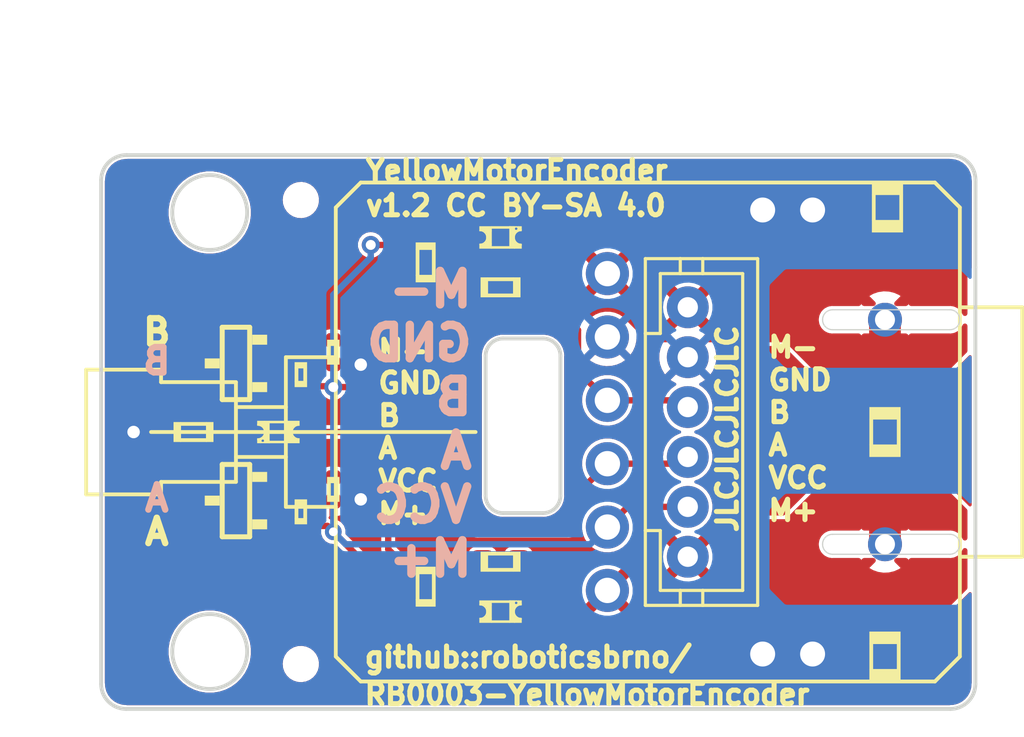
<source format=kicad_pcb>
(kicad_pcb (version 20171130) (host pcbnew "(5.1.5)-3")
  (layers (0 Top signal) (31 Bottom signal) (34 B.Paste user) (35 F.Paste user) (36 B.SilkS user) (37 F.SilkS user) (38 B.Mask user) (39 F.Mask user) (44 Edge.Cuts user))
  (net 0 "")
  (net 1 GND)
  (net 2 B)
  (net 3 A)
  (net 4 M-)
  (net 5 M+)
  (net 6 VCC)
  (net 7 LED_POWER)
  (net 8 LED_TOP1)
  (net 9 LED_SIDE1)
  (module JST-PH6 (layer Top) (at 154.48795 105.003727 270)
    (fp_text reference P1)
    (fp_text value M1 hide)
    (fp_line (start -6.95 1.7) (end -3.95 1.7) (layer F.SilkS) (width 0.127))
    (fp_line (start -3.95 1.7) (end 3.95 1.7) (layer F.SilkS) (width 0.127))
    (fp_line (start 3.95 1.7) (end 6.95 1.7) (layer F.SilkS) (width 0.127))
    (fp_line (start -6.95 -2.8) (end 6.95 -2.8) (layer F.SilkS) (width 0.127))
    (fp_line (start 6.95 -2.8) (end 6.95 -0.6) (layer F.SilkS) (width 0.127))
    (fp_line (start 6.95 -0.6) (end 6.95 0.3) (layer F.SilkS) (width 0.127))
    (fp_line (start 6.95 0.3) (end 6.95 1.7) (layer F.SilkS) (width 0.127))
    (fp_line (start -6.95 -2.8) (end -6.95 -0.6) (layer F.SilkS) (width 0.127))
    (fp_line (start -6.95 -0.6) (end -6.95 0.3) (layer F.SilkS) (width 0.127))
    (fp_line (start -6.95 0.3) (end -6.95 1.7) (layer F.SilkS) (width 0.127))
    (fp_line (start -6.35 -2.2) (end 6.35 -2.2) (layer F.SilkS) (width 0.127))
    (fp_line (start -6.35 -2.2) (end -6.35 -0.6) (layer F.SilkS) (width 0.127))
    (fp_line (start -6.35 -0.6) (end -6.35 0.3) (layer F.SilkS) (width 0.127))
    (fp_line (start -6.35 0.3) (end -6.35 1.1) (layer F.SilkS) (width 0.127))
    (fp_line (start -6.35 1.1) (end -3.95 1.1) (layer F.SilkS) (width 0.127))
    (fp_line (start 6.35 -2.2) (end 6.35 -0.6) (layer F.SilkS) (width 0.127))
    (fp_line (start 6.35 -0.6) (end 6.35 0.3) (layer F.SilkS) (width 0.127))
    (fp_line (start 6.35 0.3) (end 6.35 1.1) (layer F.SilkS) (width 0.127))
    (fp_line (start -6.95 0.3) (end -6.35 0.3) (layer F.SilkS) (width 0.127))
    (fp_line (start -6.95 -0.6) (end -6.35 -0.6) (layer F.SilkS) (width 0.127))
    (fp_line (start 6.35 -0.6) (end 6.95 -0.6) (layer F.SilkS) (width 0.127))
    (fp_line (start 6.35 0.3) (end 6.95 0.3) (layer F.SilkS) (width 0.127))
    (fp_line (start -3.95 1.1) (end -3.95 1.7) (layer F.SilkS) (width 0.127))
    (fp_line (start 3.95 1.1) (end 3.95 1.7) (layer F.SilkS) (width 0.127))
    (fp_line (start 3.95 1.1) (end 6.35 1.1) (layer F.SilkS) (width 0.127))
    (pad 5 thru_hole circle (at -3 0 270) (size 1.6764 1.6764) (drill 0.8128) (layers *.Cu *.Mask) (net 1 GND))
    (pad 4 thru_hole circle (at -1 0 270) (size 1.6764 1.6764) (drill 0.8128) (layers *.Cu *.Mask) (net 2 B))
    (pad 3 thru_hole circle (at 1 0 270) (size 1.6764 1.6764) (drill 0.8128) (layers *.Cu *.Mask) (net 3 A))
    (pad 2 thru_hole circle (at 3 0 270) (size 1.6764 1.6764) (drill 0.8128) (layers *.Cu *.Mask) (net 6 VCC))
    (pad 6 thru_hole circle (at -5 0 270) (size 1.6764 1.6764) (drill 0.8128) (layers *.Cu *.Mask) (net 4 M-))
    (pad 1 thru_hole circle (at 5 0 270) (size 1.6764 1.6764) (drill 0.8128) (layers *.Cu *.Mask) (net 5 M+))
  )
  (module "" (layer Top) (at 138.98795 95.703727)
    (fp_text reference @HOLE0 hide)
    (fp_text value "" (at 0 0) (layer F.SilkS) (effects (font (size 1.27 1.27))))
    (pad "" np_thru_hole circle (at 0 0) (size 1.152 1.152) (drill 1.152) (layers *.Cu *.Mask))
  )
  (module "" (layer Top) (at 138.98795 114.303727)
    (fp_text reference @HOLE1 hide)
    (fp_text value "" (at 0 0) (layer F.SilkS) (effects (font (size 1.27 1.27))))
    (pad "" np_thru_hole circle (at 0 0) (size 1.152 1.152) (drill 1.152) (layers *.Cu *.Mask))
  )
  (module 1X06 (layer Top) (at 151.26795 105.003727 270)
    (fp_text reference JP1)
    (fp_text value "")
    (fp_poly (pts (xy 3.556 0.254) (xy 4.064 0.254) (xy 4.064 -0.254) (xy 3.556 -0.254)) (layer F.SilkS) (width 0))
    (fp_poly (pts (xy 1.016 0.254) (xy 1.524 0.254) (xy 1.524 -0.254) (xy 1.016 -0.254)) (layer F.SilkS) (width 0))
    (fp_poly (pts (xy -1.524 0.254) (xy -1.016 0.254) (xy -1.016 -0.254) (xy -1.524 -0.254)) (layer F.SilkS) (width 0))
    (fp_poly (pts (xy -4.064 0.254) (xy -3.556 0.254) (xy -3.556 -0.254) (xy -4.064 -0.254)) (layer F.SilkS) (width 0))
    (fp_poly (pts (xy -6.604 0.254) (xy -6.096 0.254) (xy -6.096 -0.254) (xy -6.604 -0.254)) (layer F.SilkS) (width 0))
    (fp_poly (pts (xy 6.096 0.254) (xy 6.604 0.254) (xy 6.604 -0.254) (xy 6.096 -0.254)) (layer F.SilkS) (width 0))
    (pad 1 thru_hole circle (at -6.35 0) (size 1.7272 1.7272) (drill 1.016) (layers *.Cu *.Mask) (net 4 M-))
    (pad 2 thru_hole circle (at -3.81 0) (size 1.7272 1.7272) (drill 1.016) (layers *.Cu *.Mask) (net 1 GND))
    (pad 3 thru_hole circle (at -1.27 0) (size 1.7272 1.7272) (drill 1.016) (layers *.Cu *.Mask) (net 2 B))
    (pad 4 thru_hole circle (at 1.27 0) (size 1.7272 1.7272) (drill 1.016) (layers *.Cu *.Mask) (net 3 A))
    (pad 5 thru_hole circle (at 3.81 0) (size 1.7272 1.7272) (drill 1.016) (layers *.Cu *.Mask) (net 6 VCC))
    (pad 6 thru_hole circle (at 6.35 0) (size 1.7272 1.7272) (drill 1.016) (layers *.Cu *.Mask) (net 5 M+))
  )
  (module R0603 (layer Top) (at 134.68795 105.003727)
    (fp_text reference R1)
    (fp_text value 1k)
    (fp_line (start -0.5 0.325) (end 0.5 0.325) (layer F.SilkS) (width 0.15))
    (fp_line (start 0.5 -0.325) (end -0.5 -0.325) (layer F.SilkS) (width 0.15))
    (fp_poly (pts (xy 0.5 0.4) (xy 0.8 0.4) (xy 0.8 -0.4) (xy 0.5 -0.4)) (layer F.SilkS) (width 0))
    (fp_poly (pts (xy -0.8 0.4) (xy -0.5 0.4) (xy -0.5 -0.4) (xy -0.8 -0.4)) (layer F.SilkS) (width 0))
    (pad 1 smd roundrect (at -0.72 0 180) (size 0.89 0.93) (layers Top F.Paste F.Mask) (net 1 GND))
    (pad 2 smd roundrect (at 0.72 0) (size 0.89 0.93) (layers Top F.Paste F.Mask) (net 7 LED_POWER))
  )
  (module CHIPLED_0603 (layer Top) (at 138.08795 105.003727)
    (fp_text reference LED_POWER)
    (fp_text value RED)
    (fp_arc (start -0.826099 0) (end -0.8 0.3) (angle -170.055574) (layer F.SilkS) (width 0.1016))
    (fp_arc (start 0.825 0) (end 0.825 0.275) (angle 180) (layer F.SilkS) (width 0.0508))
    (fp_line (start -0.375 0.4) (end 0.35 0.4) (layer F.SilkS) (width 0.1016))
    (fp_line (start -0.35 -0.4) (end 0.35 -0.4) (layer F.SilkS) (width 0.1016))
    (fp_circle (center -0.625 0.35) (end -0.55 0.35) (layer F.SilkS) (width 0.0508))
    (fp_poly (pts (xy -0.7 0.45) (xy -0.7 0.25) (xy -0.85 0.25) (xy -0.85 0.45)) (layer F.SilkS) (width 0))
    (fp_poly (pts (xy -0.55 0.275) (xy -0.55 0.225) (xy -0.6 0.225) (xy -0.6 0.275)) (layer F.SilkS) (width 0))
    (fp_poly (pts (xy -0.35 0.45) (xy -0.35 0.400001) (xy -0.725 0.4) (xy -0.725 0.449999)) (layer F.SilkS) (width 0))
    (fp_poly (pts (xy -0.55 -0.25) (xy -0.55 -0.449999) (xy -0.85 -0.45) (xy -0.85 -0.250001)) (layer F.SilkS) (width 0))
    (fp_poly (pts (xy -0.350001 0.45) (xy -0.35 -0.45) (xy -0.574999 -0.45) (xy -0.575 0.45)) (layer F.SilkS) (width 0))
    (fp_poly (pts (xy 0.85 0.45) (xy 0.85 0.250001) (xy 0.35 0.25) (xy 0.35 0.449999)) (layer F.SilkS) (width 0))
    (fp_poly (pts (xy 0.85 -0.25) (xy 0.85 -0.449999) (xy 0.35 -0.45) (xy 0.35 -0.250001)) (layer F.SilkS) (width 0))
    (fp_poly (pts (xy 0.574999 0.275) (xy 0.575 -0.275) (xy 0.350001 -0.275) (xy 0.35 0.275)) (layer F.SilkS) (width 0))
    (fp_poly (pts (xy 0.65 0.275) (xy 0.65 0.175) (xy 0.55 0.175) (xy 0.55 0.275)) (layer F.SilkS) (width 0))
    (fp_poly (pts (xy 0.65 -0.175) (xy 0.65 -0.275) (xy 0.55 -0.275) (xy 0.55 -0.175)) (layer F.SilkS) (width 0))
    (pad C smd roundrect (at -0.75 0 90) (size 0.8 0.8) (layers Top F.Paste F.Mask) (net 7 LED_POWER))
    (pad A smd roundrect (at 0.75 0 90) (size 0.8 0.8) (layers Top F.Paste F.Mask) (net 6 VCC))
  )
  (module C0402 (layer Top) (at 140.28795 107.303727 270)
    (fp_text reference C6)
    (fp_text value 18p/50V)
    (fp_line (start -0.25 -0.175) (end 0.25 -0.175) (layer F.SilkS) (width 0.15))
    (fp_line (start 0.25 0.175) (end -0.25 0.175) (layer F.SilkS) (width 0.15))
    (fp_poly (pts (xy -0.5 0.25) (xy -0.25 0.25) (xy -0.25 -0.25) (xy -0.5 -0.25)) (layer F.SilkS) (width 0))
    (fp_poly (pts (xy 0.25 0.25) (xy 0.5 0.25) (xy 0.5 -0.25) (xy 0.25 -0.25)) (layer F.SilkS) (width 0))
    (pad 1 smd roundrect (at -0.465 0 90) (size 0.6 0.58) (layers Top F.Paste F.Mask) (net 3 A))
    (pad 2 smd roundrect (at 0.465 0 270) (size 0.6 0.58) (layers Top F.Paste F.Mask) (net 1 GND))
  )
  (module SOT23 (layer Top) (at 136.38795 107.753727)
    (fp_text reference U$1)
    (fp_text value MH253ESO)
    (fp_line (start -0.55 -1.45) (end 0.55 -1.45) (layer F.SilkS) (width 0.2))
    (fp_line (start 0.55 -1.45) (end 0.55 1.45) (layer F.SilkS) (width 0.2))
    (fp_line (start 0.55 1.45) (end -0.55 1.45) (layer F.SilkS) (width 0.2))
    (fp_line (start -0.55 1.45) (end -0.55 -1.45) (layer F.SilkS) (width 0.2))
    (fp_poly (pts (xy -0.65 0.2) (xy -0.65 -0.199999) (xy -1.25 -0.2) (xy -1.25 0.199999)) (layer F.SilkS) (width 0))
    (fp_poly (pts (xy 1.25 -0.75) (xy 1.25 -1.149999) (xy 0.65 -1.15) (xy 0.65 -0.750001)) (layer F.SilkS) (width 0))
    (fp_poly (pts (xy 1.25 1.15) (xy 1.25 0.750001) (xy 0.65 0.75) (xy 0.65 1.149999)) (layer F.SilkS) (width 0))
    (pad 3 smd roundrect (at -0.96 0 180) (size 1.05 0.61) (layers Top F.Paste F.Mask) (net 1 GND))
    (pad 2 smd roundrect (at 0.96 -0.95) (size 1.05 0.61) (layers Top F.Paste F.Mask) (net 3 A))
    (pad 1 smd roundrect (at 0.96 0.95) (size 1.05 0.61) (layers Top F.Paste F.Mask) (net 6 VCC))
  )
  (module SOT23 (layer Top) (at 136.38795 102.253727)
    (fp_text reference U$2)
    (fp_text value MH253ESO)
    (fp_line (start -0.55 -1.45) (end 0.55 -1.45) (layer F.SilkS) (width 0.2))
    (fp_line (start 0.55 -1.45) (end 0.55 1.45) (layer F.SilkS) (width 0.2))
    (fp_line (start 0.55 1.45) (end -0.55 1.45) (layer F.SilkS) (width 0.2))
    (fp_line (start -0.55 1.45) (end -0.55 -1.45) (layer F.SilkS) (width 0.2))
    (fp_poly (pts (xy -0.65 0.2) (xy -0.65 -0.199999) (xy -1.25 -0.2) (xy -1.25 0.199999)) (layer F.SilkS) (width 0))
    (fp_poly (pts (xy 1.25 -0.75) (xy 1.25 -1.149999) (xy 0.65 -1.15) (xy 0.65 -0.750001)) (layer F.SilkS) (width 0))
    (fp_poly (pts (xy 1.25 1.15) (xy 1.25 0.750001) (xy 0.65 0.75) (xy 0.65 1.149999)) (layer F.SilkS) (width 0))
    (pad 3 smd roundrect (at -0.96 0 180) (size 1.05 0.61) (layers Top F.Paste F.Mask) (net 1 GND))
    (pad 2 smd roundrect (at 0.96 -0.95) (size 1.05 0.61) (layers Top F.Paste F.Mask) (net 2 B))
    (pad 1 smd roundrect (at 0.96 0.95) (size 1.05 0.61) (layers Top F.Paste F.Mask) (net 6 VCC))
  )
  (module CHIPLED_0603 (layer Top) (at 146.98795 112.203727 180)
    (fp_text reference LED_A)
    (fp_text value RED)
    (fp_arc (start -0.826099 0) (end -0.8 0.3) (angle -170.055574) (layer F.SilkS) (width 0.1016))
    (fp_arc (start 0.825 0) (end 0.825 0.275) (angle 180) (layer F.SilkS) (width 0.0508))
    (fp_line (start -0.375 0.4) (end 0.35 0.4) (layer F.SilkS) (width 0.1016))
    (fp_line (start -0.35 -0.4) (end 0.35 -0.4) (layer F.SilkS) (width 0.1016))
    (fp_circle (center -0.625 0.35) (end -0.55 0.35) (layer F.SilkS) (width 0.0508))
    (fp_poly (pts (xy -0.7 0.45) (xy -0.7 0.25) (xy -0.85 0.25) (xy -0.85 0.45)) (layer F.SilkS) (width 0))
    (fp_poly (pts (xy -0.55 0.275) (xy -0.55 0.225) (xy -0.6 0.225) (xy -0.6 0.275)) (layer F.SilkS) (width 0))
    (fp_poly (pts (xy -0.35 0.45) (xy -0.35 0.400001) (xy -0.725 0.4) (xy -0.725 0.449999)) (layer F.SilkS) (width 0))
    (fp_poly (pts (xy -0.55 -0.25) (xy -0.55 -0.449999) (xy -0.85 -0.45) (xy -0.85 -0.250001)) (layer F.SilkS) (width 0))
    (fp_poly (pts (xy -0.350001 0.45) (xy -0.35 -0.45) (xy -0.574999 -0.45) (xy -0.575 0.45)) (layer F.SilkS) (width 0))
    (fp_poly (pts (xy 0.85 0.45) (xy 0.85 0.250001) (xy 0.35 0.25) (xy 0.35 0.449999)) (layer F.SilkS) (width 0))
    (fp_poly (pts (xy 0.85 -0.25) (xy 0.85 -0.449999) (xy 0.35 -0.45) (xy 0.35 -0.250001)) (layer F.SilkS) (width 0))
    (fp_poly (pts (xy 0.574999 0.275) (xy 0.575 -0.275) (xy 0.350001 -0.275) (xy 0.35 0.275)) (layer F.SilkS) (width 0))
    (fp_poly (pts (xy 0.65 0.275) (xy 0.65 0.175) (xy 0.55 0.175) (xy 0.55 0.275)) (layer F.SilkS) (width 0))
    (fp_poly (pts (xy 0.65 -0.175) (xy 0.65 -0.275) (xy 0.55 -0.275) (xy 0.55 -0.175)) (layer F.SilkS) (width 0))
    (pad C smd roundrect (at -0.75 0 270) (size 0.8 0.8) (layers Top F.Paste F.Mask) (net 9 LED_SIDE1))
    (pad A smd roundrect (at 0.75 0 270) (size 0.8 0.8) (layers Top F.Paste F.Mask) (net 6 VCC))
  )
  (module CHIPLED_0603 (layer Top) (at 146.98795 97.203727 180)
    (fp_text reference LED_B)
    (fp_text value RED)
    (fp_arc (start -0.826099 0) (end -0.8 0.3) (angle -170.055574) (layer F.SilkS) (width 0.1016))
    (fp_arc (start 0.825 0) (end 0.825 0.275) (angle 180) (layer F.SilkS) (width 0.0508))
    (fp_line (start -0.375 0.4) (end 0.35 0.4) (layer F.SilkS) (width 0.1016))
    (fp_line (start -0.35 -0.4) (end 0.35 -0.4) (layer F.SilkS) (width 0.1016))
    (fp_circle (center -0.625 0.35) (end -0.55 0.35) (layer F.SilkS) (width 0.0508))
    (fp_poly (pts (xy -0.7 0.45) (xy -0.7 0.25) (xy -0.85 0.25) (xy -0.85 0.45)) (layer F.SilkS) (width 0))
    (fp_poly (pts (xy -0.55 0.275) (xy -0.55 0.225) (xy -0.6 0.225) (xy -0.6 0.275)) (layer F.SilkS) (width 0))
    (fp_poly (pts (xy -0.35 0.45) (xy -0.35 0.400001) (xy -0.725 0.4) (xy -0.725 0.449999)) (layer F.SilkS) (width 0))
    (fp_poly (pts (xy -0.55 -0.25) (xy -0.55 -0.449999) (xy -0.85 -0.45) (xy -0.85 -0.250001)) (layer F.SilkS) (width 0))
    (fp_poly (pts (xy -0.350001 0.45) (xy -0.35 -0.45) (xy -0.574999 -0.45) (xy -0.575 0.45)) (layer F.SilkS) (width 0))
    (fp_poly (pts (xy 0.85 0.45) (xy 0.85 0.250001) (xy 0.35 0.25) (xy 0.35 0.449999)) (layer F.SilkS) (width 0))
    (fp_poly (pts (xy 0.85 -0.25) (xy 0.85 -0.449999) (xy 0.35 -0.45) (xy 0.35 -0.250001)) (layer F.SilkS) (width 0))
    (fp_poly (pts (xy 0.574999 0.275) (xy 0.575 -0.275) (xy 0.350001 -0.275) (xy 0.35 0.275)) (layer F.SilkS) (width 0))
    (fp_poly (pts (xy 0.65 0.275) (xy 0.65 0.175) (xy 0.55 0.175) (xy 0.55 0.275)) (layer F.SilkS) (width 0))
    (fp_poly (pts (xy 0.65 -0.175) (xy 0.65 -0.275) (xy 0.55 -0.275) (xy 0.55 -0.175)) (layer F.SilkS) (width 0))
    (pad C smd roundrect (at -0.75 0 270) (size 0.8 0.8) (layers Top F.Paste F.Mask) (net 8 LED_TOP1))
    (pad A smd roundrect (at 0.75 0 270) (size 0.8 0.8) (layers Top F.Paste F.Mask) (net 6 VCC))
  )
  (module R0603 (layer Top) (at 146.98795 110.203727)
    (fp_text reference R2)
    (fp_text value 1k)
    (fp_line (start -0.5 0.325) (end 0.5 0.325) (layer F.SilkS) (width 0.15))
    (fp_line (start 0.5 -0.325) (end -0.5 -0.325) (layer F.SilkS) (width 0.15))
    (fp_poly (pts (xy 0.5 0.4) (xy 0.8 0.4) (xy 0.8 -0.4) (xy 0.5 -0.4)) (layer F.SilkS) (width 0))
    (fp_poly (pts (xy -0.8 0.4) (xy -0.5 0.4) (xy -0.5 -0.4) (xy -0.8 -0.4)) (layer F.SilkS) (width 0))
    (pad 1 smd roundrect (at -0.72 0 180) (size 0.89 0.93) (layers Top F.Paste F.Mask) (net 3 A))
    (pad 2 smd roundrect (at 0.72 0) (size 0.89 0.93) (layers Top F.Paste F.Mask) (net 9 LED_SIDE1))
  )
  (module R0603 (layer Top) (at 146.98795 99.203727)
    (fp_text reference R3)
    (fp_text value 1k)
    (fp_line (start -0.5 0.325) (end 0.5 0.325) (layer F.SilkS) (width 0.15))
    (fp_line (start 0.5 -0.325) (end -0.5 -0.325) (layer F.SilkS) (width 0.15))
    (fp_poly (pts (xy 0.5 0.4) (xy 0.8 0.4) (xy 0.8 -0.4) (xy 0.5 -0.4)) (layer F.SilkS) (width 0))
    (fp_poly (pts (xy -0.8 0.4) (xy -0.5 0.4) (xy -0.5 -0.4) (xy -0.8 -0.4)) (layer F.SilkS) (width 0))
    (pad 1 smd roundrect (at -0.72 0 180) (size 0.89 0.93) (layers Top F.Paste F.Mask) (net 2 B))
    (pad 2 smd roundrect (at 0.72 0) (size 0.89 0.93) (layers Top F.Paste F.Mask) (net 8 LED_TOP1))
  )
  (module R0603 (layer Top) (at 143.98795 111.203727 270)
    (fp_text reference R4)
    (fp_text value 47k)
    (fp_line (start -0.5 0.325) (end 0.5 0.325) (layer F.SilkS) (width 0.15))
    (fp_line (start 0.5 -0.325) (end -0.5 -0.325) (layer F.SilkS) (width 0.15))
    (fp_poly (pts (xy 0.5 0.4) (xy 0.8 0.4) (xy 0.8 -0.4) (xy 0.5 -0.4)) (layer F.SilkS) (width 0))
    (fp_poly (pts (xy -0.8 0.4) (xy -0.5 0.4) (xy -0.5 -0.4) (xy -0.8 -0.4)) (layer F.SilkS) (width 0))
    (pad 1 smd roundrect (at -0.72 0 90) (size 0.89 0.93) (layers Top F.Paste F.Mask) (net 3 A))
    (pad 2 smd roundrect (at 0.72 0 270) (size 0.89 0.93) (layers Top F.Paste F.Mask) (net 6 VCC))
  )
  (module R0603 (layer Top) (at 143.98795 98.203727 90)
    (fp_text reference R5)
    (fp_text value 47k)
    (fp_line (start -0.5 0.325) (end 0.5 0.325) (layer F.SilkS) (width 0.15))
    (fp_line (start 0.5 -0.325) (end -0.5 -0.325) (layer F.SilkS) (width 0.15))
    (fp_poly (pts (xy 0.5 0.4) (xy 0.8 0.4) (xy 0.8 -0.4) (xy 0.5 -0.4)) (layer F.SilkS) (width 0))
    (fp_poly (pts (xy -0.8 0.4) (xy -0.5 0.4) (xy -0.5 -0.4) (xy -0.8 -0.4)) (layer F.SilkS) (width 0))
    (pad 1 smd roundrect (at -0.72 0 270) (size 0.89 0.93) (layers Top F.Paste F.Mask) (net 2 B))
    (pad 2 smd roundrect (at 0.72 0 90) (size 0.89 0.93) (layers Top F.Paste F.Mask) (net 6 VCC))
  )
  (module C0402 (layer Top) (at 140.28795 101.803727 270)
    (fp_text reference C7)
    (fp_text value 18p/50V)
    (fp_line (start -0.25 -0.175) (end 0.25 -0.175) (layer F.SilkS) (width 0.15))
    (fp_line (start 0.25 0.175) (end -0.25 0.175) (layer F.SilkS) (width 0.15))
    (fp_poly (pts (xy -0.5 0.25) (xy -0.25 0.25) (xy -0.25 -0.25) (xy -0.5 -0.25)) (layer F.SilkS) (width 0))
    (fp_poly (pts (xy 0.25 0.25) (xy 0.5 0.25) (xy 0.5 -0.25) (xy 0.25 -0.25)) (layer F.SilkS) (width 0))
    (pad 1 smd roundrect (at -0.465 0 90) (size 0.6 0.58) (layers Top F.Paste F.Mask) (net 2 B))
    (pad 2 smd roundrect (at 0.465 0 270) (size 0.6 0.58) (layers Top F.Paste F.Mask) (net 1 GND))
  )
  (module C0402 (layer Top) (at 138.98795 102.703727 90)
    (fp_text reference C1)
    (fp_text value 10n/50V)
    (fp_line (start -0.25 -0.175) (end 0.25 -0.175) (layer F.SilkS) (width 0.15))
    (fp_line (start 0.25 0.175) (end -0.25 0.175) (layer F.SilkS) (width 0.15))
    (fp_poly (pts (xy -0.5 0.25) (xy -0.25 0.25) (xy -0.25 -0.25) (xy -0.5 -0.25)) (layer F.SilkS) (width 0))
    (fp_poly (pts (xy 0.25 0.25) (xy 0.5 0.25) (xy 0.5 -0.25) (xy 0.25 -0.25)) (layer F.SilkS) (width 0))
    (pad 1 smd roundrect (at -0.465 0 270) (size 0.6 0.58) (layers Top F.Paste F.Mask) (net 6 VCC))
    (pad 2 smd roundrect (at 0.465 0 90) (size 0.6 0.58) (layers Top F.Paste F.Mask) (net 1 GND))
  )
  (module C0402 (layer Top) (at 138.98795 108.203727 90)
    (fp_text reference C2)
    (fp_text value 10n/50V)
    (fp_line (start -0.25 -0.175) (end 0.25 -0.175) (layer F.SilkS) (width 0.15))
    (fp_line (start 0.25 0.175) (end -0.25 0.175) (layer F.SilkS) (width 0.15))
    (fp_poly (pts (xy -0.5 0.25) (xy -0.25 0.25) (xy -0.25 -0.25) (xy -0.5 -0.25)) (layer F.SilkS) (width 0))
    (fp_poly (pts (xy 0.25 0.25) (xy 0.5 0.25) (xy 0.5 -0.25) (xy 0.25 -0.25)) (layer F.SilkS) (width 0))
    (pad 1 smd roundrect (at -0.465 0 270) (size 0.6 0.58) (layers Top F.Paste F.Mask) (net 6 VCC))
    (pad 2 smd roundrect (at 0.465 0 90) (size 0.6 0.58) (layers Top F.Paste F.Mask) (net 1 GND))
  )
  (module C0805 (layer Top) (at 162.38795 114.003727 270)
    (fp_text reference C3)
    (fp_text value 330n/50V)
    (fp_line (start -0.5 -0.55) (end 0.5 -0.55) (layer F.SilkS) (width 0.15))
    (fp_line (start -0.5 0.55) (end 0.5 0.55) (layer F.SilkS) (width 0.15))
    (fp_poly (pts (xy 0.5 0.625) (xy 1 0.625) (xy 1 -0.625) (xy 0.5 -0.625)) (layer F.SilkS) (width 0))
    (fp_poly (pts (xy -1 0.625) (xy -0.5 0.625) (xy -0.5 -0.625) (xy -1 -0.625)) (layer F.SilkS) (width 0))
    (pad 1 smd roundrect (at -0.87 0 90) (size 1.03 1.42) (layers Top F.Paste F.Mask) (net 5 M+))
    (pad 2 smd roundrect (at 0.87 0 270) (size 1.03 1.42) (layers Top F.Paste F.Mask) (net 1 GND))
  )
  (module C0805 (layer Top) (at 162.48795 96.003727 90)
    (fp_text reference C4)
    (fp_text value 330n/50V)
    (fp_line (start -0.5 -0.55) (end 0.5 -0.55) (layer F.SilkS) (width 0.15))
    (fp_line (start -0.5 0.55) (end 0.5 0.55) (layer F.SilkS) (width 0.15))
    (fp_poly (pts (xy 0.5 0.625) (xy 1 0.625) (xy 1 -0.625) (xy 0.5 -0.625)) (layer F.SilkS) (width 0))
    (fp_poly (pts (xy -1 0.625) (xy -0.5 0.625) (xy -0.5 -0.625) (xy -1 -0.625)) (layer F.SilkS) (width 0))
    (pad 1 smd roundrect (at -0.87 0 270) (size 1.03 1.42) (layers Top F.Paste F.Mask) (net 4 M-))
    (pad 2 smd roundrect (at 0.87 0 90) (size 1.03 1.42) (layers Top F.Paste F.Mask) (net 1 GND))
  )
  (module C0805 (layer Top) (at 162.38795 105.003727 90)
    (fp_text reference C5)
    (fp_text value 330n/50V)
    (fp_line (start -0.5 -0.55) (end 0.5 -0.55) (layer F.SilkS) (width 0.15))
    (fp_line (start -0.5 0.55) (end 0.5 0.55) (layer F.SilkS) (width 0.15))
    (fp_poly (pts (xy 0.5 0.625) (xy 1 0.625) (xy 1 -0.625) (xy 0.5 -0.625)) (layer F.SilkS) (width 0))
    (fp_poly (pts (xy -1 0.625) (xy -0.5 0.625) (xy -0.5 -0.625) (xy -1 -0.625)) (layer F.SilkS) (width 0))
    (pad 1 smd roundrect (at -0.87 0 270) (size 1.03 1.42) (layers Top F.Paste F.Mask) (net 5 M+))
    (pad 2 smd roundrect (at 0.87 0 90) (size 1.03 1.42) (layers Top F.Paste F.Mask) (net 4 M-))
  )
  (module YELLOW_MOTOR (layer Top) (at 162.38795 105.003727 270)
    (fp_text reference U$3 hide)
    (fp_text value YELLOW_MOTOR hide)
    (fp_line (start -9 -3) (end -10 -2) (layer F.SilkS) (width 0.1524))
    (fp_line (start -10 -2) (end -10 21) (layer F.SilkS) (width 0.1524))
    (fp_line (start -10 21) (end -9 22) (layer F.SilkS) (width 0.1524))
    (fp_line (start -9 22) (end -3 22) (layer F.SilkS) (width 0.1524))
    (fp_line (start -3 22) (end 3 22) (layer F.SilkS) (width 0.1524))
    (fp_line (start 3 22) (end 9 22) (layer F.SilkS) (width 0.1524))
    (fp_line (start 9 22) (end 10 21) (layer F.SilkS) (width 0.1524))
    (fp_line (start 10 21) (end 10 -2) (layer F.SilkS) (width 0.1524))
    (fp_line (start 10 -2) (end 9 -3) (layer F.SilkS) (width 0.1524))
    (fp_line (start 9 -3) (end 5 -3) (layer F.SilkS) (width 0.1524))
    (fp_line (start 5 -3) (end -5 -3) (layer F.SilkS) (width 0.1524))
    (fp_line (start -5 -3) (end -9 -3) (layer F.SilkS) (width 0.1524))
    (fp_line (start -5 -3) (end -5 -5.5) (layer F.SilkS) (width 0.1524))
    (fp_line (start -5 -5.5) (end 5 -5.5) (layer F.SilkS) (width 0.1524))
    (fp_line (start 5 -5.5) (end 5 -3) (layer F.SilkS) (width 0.1524))
    (fp_line (start -3 22) (end -3 24) (layer F.SilkS) (width 0.1524))
    (fp_line (start -3 24) (end -1 24) (layer F.SilkS) (width 0.1524))
    (fp_line (start -1 24) (end 1 24) (layer F.SilkS) (width 0.1524))
    (fp_line (start 1 24) (end 3 24) (layer F.SilkS) (width 0.1524))
    (fp_line (start 3 24) (end 3 22) (layer F.SilkS) (width 0.1524))
    (fp_line (start -1 24) (end -1 26) (layer F.SilkS) (width 0.1524))
    (fp_line (start -2.5 32) (end 2.5 32) (layer F.SilkS) (width 0.1524))
    (fp_line (start 1 26) (end 1 24) (layer F.SilkS) (width 0.1524))
    (fp_line (start 1 26) (end 2 26) (layer F.SilkS) (width 0.1524))
    (fp_line (start 2 26) (end 2 29) (layer F.SilkS) (width 0.1524))
    (fp_line (start 2 29) (end 2.5 29) (layer F.SilkS) (width 0.1524))
    (fp_line (start 2.5 29) (end 2.5 32) (layer F.SilkS) (width 0.1524))
    (fp_line (start -2.5 32) (end -2.5 29) (layer F.SilkS) (width 0.1524))
    (fp_line (start -2.5 29) (end -2 29) (layer F.SilkS) (width 0.1524))
    (fp_line (start -2 29) (end -2 26) (layer F.SilkS) (width 0.1524))
    (fp_line (start -2 26) (end -1 26) (layer F.SilkS) (width 0.1524))
    (fp_line (start -1 26) (end 1 26) (layer F.SilkS) (width 0.1524))
    (fp_arc (start -4.5 -2.6) (end -4.5 -3) (angle 90) (layer Edge.Cuts) (width 0.05))
    (fp_line (start -4.1 -2.6) (end -4.1 2.1) (layer Edge.Cuts) (width 0.05))
    (fp_line (start -4.9 2.1) (end -4.9 -2.6) (layer Edge.Cuts) (width 0.05))
    (fp_arc (start -4.5 -2.6) (end -4.9 -2.6) (angle 90) (layer Edge.Cuts) (width 0.05))
    (fp_line (start 4.1 2.1) (end 4.1 -2.6) (layer Edge.Cuts) (width 0.05))
    (fp_line (start 4.9 -2.6) (end 4.9 2.1) (layer Edge.Cuts) (width 0.05))
    (fp_arc (start -4.5 2.1) (end -4.9 2.1) (angle -90) (layer Edge.Cuts) (width 0.05))
    (fp_arc (start -4.5 2.1) (end -4.5 2.5) (angle -90) (layer Edge.Cuts) (width 0.05))
    (fp_arc (start 4.5 2.1) (end 4.1 2.1) (angle -90) (layer Edge.Cuts) (width 0.05))
    (fp_arc (start 4.5 2.1) (end 4.5 2.5) (angle -90) (layer Edge.Cuts) (width 0.05))
    (fp_arc (start 4.5 -2.6) (end 4.1 -2.6) (angle 90) (layer Edge.Cuts) (width 0.05))
    (fp_arc (start 4.5 -2.6) (end 4.5 -3) (angle 90) (layer Edge.Cuts) (width 0.05))
    (pad P$1 thru_hole circle (at -4.5 0) (size 1.36 1.36) (drill 0.8) (layers *.Cu *.Mask) (net 4 M-))
    (pad P$2 thru_hole circle (at 4.5 0 180) (size 1.36 1.36) (drill 0.8) (layers *.Cu *.Mask) (net 5 M+))
  )
  (gr_line (start 145.98795 105.003727) (end 132.98795 105.003727) (layer F.SilkS) (width 0.1524))
  (gr_text "M-\nGND\nB\nA\nVCC\nM+" (at 157.61695 104.878727) (layer F.SilkS) (effects (font (size 0.8128 0.8128) (thickness 0.2032)) (justify left)))
  (gr_text YellowMotorEncoder (at 141.48795 95.003727) (layer F.SilkS) (effects (font (size 0.8128 0.8128) (thickness 0.2032)) (justify left bottom)))
  (gr_text "v1.2 CC BY-SA 4.0" (at 141.48795 96.403727) (layer F.SilkS) (effects (font (size 0.8128 0.8128) (thickness 0.2032)) (justify left bottom)))
  (gr_text github::roboticsbrno/ (at 141.43995 113.551727) (layer F.SilkS) (effects (font (size 0.8128 0.8128) (thickness 0.2032)) (justify left top)))
  (gr_circle (center 135.33795 96.203727) (end 136.83795 96.203727) (layer Edge.Cuts) (width 0.1524))
  (gr_arc (start 147.087951 101.953729) (end 147.08795 101.253727) (angle -89.9997) (layer Edge.Cuts) (width 0.1524))
  (gr_line (start 147.08795 101.253727) (end 148.68795 101.253727) (layer Edge.Cuts) (width 0.1524))
  (gr_arc (start 148.68795 101.953727) (end 149.38795 101.953727) (angle -90.0001) (layer Edge.Cuts) (width 0.1524))
  (gr_line (start 149.38795 101.953727) (end 149.38795 107.553727) (layer Edge.Cuts) (width 0.1524))
  (gr_arc (start 148.687948 107.553726) (end 148.68795 108.253727) (angle -89.9997) (layer Edge.Cuts) (width 0.1524))
  (gr_line (start 148.68795 108.253727) (end 147.08795 108.253727) (layer Edge.Cuts) (width 0.1524))
  (gr_arc (start 147.087953 107.553724) (end 146.38795 107.553727) (angle -89.9995) (layer Edge.Cuts) (width 0.1524))
  (gr_line (start 146.38795 107.553727) (end 146.38795 101.953727) (layer Edge.Cuts) (width 0.1524))
  (gr_circle (center 135.33795 113.803727) (end 136.83795 113.803727) (layer Edge.Cuts) (width 0.1524))
  (gr_line (start 130.98795 94.903727) (end 130.98795 115.103727) (layer Edge.Cuts) (width 0.1524))
  (gr_arc (start 131.987952 115.103725) (end 130.98795 115.103727) (angle -89.9997) (layer Edge.Cuts) (width 0.1524))
  (gr_line (start 131.98795 116.103727) (end 165.01005 116.103727) (layer Edge.Cuts) (width 0.1524))
  (gr_arc (start 165.01005 115.103728) (end 165.01005 116.103727) (angle -90.0001) (layer Edge.Cuts) (width 0.1524))
  (gr_line (start 166.01005 115.103727) (end 166.01005 98.401227) (layer Edge.Cuts) (width 0.1524))
  (gr_line (start 166.01005 98.401227) (end 166.01425 94.904827) (layer Edge.Cuts) (width 0.1524))
  (gr_arc (start 165.014252 94.903725) (end 166.01425 94.904827) (angle -90.0003) (layer Edge.Cuts) (width 0.1524))
  (gr_line (start 165.01535 93.903727) (end 132.01985 93.903727) (layer Edge.Cuts) (width 0.1524))
  (gr_arc (start 131.997219 94.912784) (end 132.01985 93.903727) (angle -90.7707) (layer Edge.Cuts) (width 0.1524))
  (gr_text B (at 133.21695 101) (layer F.SilkS) (effects (font (size 1.016 1.016) (thickness 0.254))))
  (gr_text A (at 133.21695 109) (layer F.SilkS) (effects (font (size 1.016 1.016) (thickness 0.254))))
  (gr_text "M-\nGND\nB\nA\nVCC\nM+" (at 141.98795 105.003727) (layer F.SilkS) (effects (font (size 0.8128 0.8128) (thickness 0.2032)) (justify left)))
  (gr_text "M-\nGND\nB\nA\nVCC\nM+" (at 146 98.5) (layer B.SilkS) (effects (font (size 1.34112 1.34112) (thickness 0.33528)) (justify left top mirror)))
  (gr_text RB0003-YellowMotorEncoder (at 141.43995 115.051727) (layer F.SilkS) (effects (font (size 0.8128 0.8128) (thickness 0.2032)) (justify left top)))
  (gr_text JLCJLCJLCJLC (at 156.54095 104.874727 90) (layer F.SilkS) (effects (font (size 0.8 0.8) (thickness 0.2)) (justify bottom)))
  (gr_text A (at 133.21695 107.656727) (layer B.SilkS) (effects (font (size 1.016 1.016) (thickness 0.254)) (justify mirror)))
  (gr_text B (at 133.21695 102.156727) (layer B.SilkS) (effects (font (size 1.016 1.016) (thickness 0.254)) (justify mirror)))
  (via (at 132.28795 105.003727) (size 0.82) (drill 0.5) (layers Top Bottom) (net 1))
  (via (at 141.38795 102.303727) (size 0.82) (drill 0.5) (layers Top Bottom) (net 1))
  (via (at 141.38795 107.703727) (size 0.82) (drill 0.5) (layers Top Bottom) (net 1))
  (via (at 159.48795 113.903727) (size 1.32) (drill 1) (layers Top Bottom) (net 1))
  (via (at 157.48795 113.903727) (size 1.32) (drill 1) (layers Top Bottom) (net 1))
  (via (at 159.48795 96.103727) (size 1.32) (drill 1) (layers Top Bottom) (net 1))
  (via (at 157.48795 96.103727) (size 1.32) (drill 1) (layers Top Bottom) (net 1))
  (segment (start 140.287946 101.338724) (end 140.287946 101.303727) (width 0.1524) (layer Top) (net 2))
  (segment (start 140.28795 101.338727) (end 140.287946 101.338724) (width 0.1524) (layer Top) (net 2))
  (segment (start 140.28795 101.338727) (end 140.48795 101.338727) (width 0.1524) (layer Top) (net 2))
  (segment (start 142.48795 99.703727) (end 142.48795 101.338727) (width 0.254) (layer Top) (net 2))
  (segment (start 143.26795 98.923727) (end 142.48795 99.703727) (width 0.254) (layer Top) (net 2))
  (segment (start 143.98795 98.923727) (end 143.26795 98.923727) (width 0.254) (layer Top) (net 2))
  (segment (start 144.00795 98.903727) (end 143.98795 98.923727) (width 0.254) (layer Top) (net 2))
  (segment (start 144.98795 98.903727) (end 144.00795 98.903727) (width 0.254) (layer Top) (net 2))
  (segment (start 145.28795 99.203727) (end 144.98795 98.903727) (width 0.254) (layer Top) (net 2))
  (segment (start 146.26795 99.203727) (end 145.28795 99.203727) (width 0.254) (layer Top) (net 2))
  (segment (start 145.263837 101.338727) (end 146.052037 100.550527) (width 0.254) (layer Top) (net 2))
  (segment (start 142.48795 101.338727) (end 145.263837 101.338727) (width 0.254) (layer Top) (net 2))
  (segment (start 140.48795 101.338727) (end 142.48795 101.338727) (width 0.254) (layer Top) (net 2))
  (segment (start 150.09115 100.917815) (end 150.09115 102.556927) (width 0.254) (layer Top) (net 2))
  (segment (start 146.052037 100.550527) (end 149.723862 100.550527) (width 0.254) (layer Top) (net 2))
  (segment (start 150.09115 102.556927) (end 151.26795 103.733727) (width 0.254) (layer Top) (net 2))
  (segment (start 149.723862 100.550527) (end 150.09115 100.917815) (width 0.254) (layer Top) (net 2))
  (segment (start 140.287946 101.303727) (end 137.34795 101.303727) (width 0.254) (layer Top) (net 2))
  (segment (start 154.21795 103.733727) (end 154.48795 104.003727) (width 0.254) (layer Top) (net 2))
  (segment (start 151.26795 103.733727) (end 154.21795 103.733727) (width 0.254) (layer Top) (net 2))
  (segment (start 137.38295 106.838727) (end 137.34795 106.803727) (width 0.254) (layer Top) (net 3))
  (segment (start 140.28795 106.838727) (end 137.38295 106.838727) (width 0.254) (layer Top) (net 3))
  (segment (start 142.48795 109.703727) (end 142.48795 106.838727) (width 0.254) (layer Top) (net 3))
  (segment (start 143.26795 110.483727) (end 142.48795 109.703727) (width 0.254) (layer Top) (net 3))
  (segment (start 143.98795 110.483727) (end 143.26795 110.483727) (width 0.254) (layer Top) (net 3))
  (segment (start 144.00795 110.503727) (end 143.98795 110.483727) (width 0.254) (layer Top) (net 3))
  (segment (start 144.98795 110.503727) (end 144.00795 110.503727) (width 0.254) (layer Top) (net 3))
  (segment (start 145.28795 110.203727) (end 144.98795 110.503727) (width 0.254) (layer Top) (net 3))
  (segment (start 146.26795 110.203727) (end 145.28795 110.203727) (width 0.254) (layer Top) (net 3))
  (segment (start 143.933837 106.838727) (end 146.052037 108.956927) (width 0.254) (layer Top) (net 3))
  (segment (start 142.48795 106.838727) (end 143.933837 106.838727) (width 0.254) (layer Top) (net 3))
  (segment (start 140.28795 106.838727) (end 142.48795 106.838727) (width 0.254) (layer Top) (net 3))
  (segment (start 150.09115 107.450527) (end 151.26795 106.273727) (width 0.254) (layer Top) (net 3))
  (segment (start 150.09115 108.58964) (end 150.09115 107.450527) (width 0.254) (layer Top) (net 3))
  (segment (start 146.052037 108.956927) (end 149.723862 108.956927) (width 0.254) (layer Top) (net 3))
  (segment (start 149.723862 108.956927) (end 150.09115 108.58964) (width 0.254) (layer Top) (net 3))
  (segment (start 154.21795 106.273727) (end 154.48795 106.003727) (width 0.254) (layer Top) (net 3))
  (segment (start 151.26795 106.273727) (end 154.21795 106.273727) (width 0.254) (layer Top) (net 3))
  (segment (start 162.38795 104.133727) (end 162.38795 100.503727) (width 1.27) (layer Top) (net 4))
  (segment (start 162.38795 105.873727) (end 162.38795 109.503727) (width 1.27) (layer Top) (net 5))
  (segment (start 138.95295 108.703727) (end 138.98795 108.668727) (width 0.254) (layer Top) (net 6))
  (segment (start 137.34795 108.703727) (end 138.95295 108.703727) (width 0.254) (layer Top) (net 6))
  (segment (start 150.57795 109.503727) (end 151.26795 108.813727) (width 0.254) (layer Bottom) (net 6))
  (segment (start 140.28795 109.003727) (end 140.78795 109.503727) (width 0.254) (layer Bottom) (net 6))
  (segment (start 150.57795 109.503727) (end 140.78795 109.503727) (width 0.254) (layer Bottom) (net 6))
  (segment (start 140.28795 103.203727) (end 140.28795 109.003727) (width 0.254) (layer Bottom) (net 6))
  (segment (start 140.28795 99.503727) (end 140.28795 103.203727) (width 0.254) (layer Bottom) (net 6))
  (segment (start 141.78795 98.003727) (end 140.28795 99.503727) (width 0.254) (layer Bottom) (net 6))
  (segment (start 141.78795 97.503727) (end 141.78795 98.003727) (width 0.254) (layer Bottom) (net 6))
  (segment (start 141.28795 103.203727) (end 140.28795 103.203727) (width 0.254) (layer Top) (net 6))
  (segment (start 141.48795 103.403727) (end 141.28795 103.203727) (width 0.254) (layer Top) (net 6))
  (segment (start 141.48795 104.703727) (end 141.48795 103.403727) (width 0.254) (layer Top) (net 6))
  (segment (start 141.18795 105.003727) (end 141.48795 104.703727) (width 0.254) (layer Top) (net 6))
  (segment (start 138.83795 105.003727) (end 141.18795 105.003727) (width 0.254) (layer Top) (net 6))
  (segment (start 143.20795 111.923727) (end 140.28795 109.003727) (width 0.254) (layer Top) (net 6))
  (segment (start 143.98795 111.923727) (end 143.20795 111.923727) (width 0.254) (layer Top) (net 6))
  (segment (start 144.00795 111.903727) (end 143.98795 111.923727) (width 0.254) (layer Top) (net 6))
  (segment (start 144.98795 111.903727) (end 144.00795 111.903727) (width 0.254) (layer Top) (net 6))
  (segment (start 145.28795 112.203727) (end 144.98795 111.903727) (width 0.254) (layer Top) (net 6))
  (segment (start 146.23795 112.203727) (end 145.28795 112.203727) (width 0.254) (layer Top) (net 6))
  (segment (start 145.28795 97.203727) (end 145.00795 97.483727) (width 0.254) (layer Top) (net 6))
  (segment (start 145.00795 97.483727) (end 143.98795 97.483727) (width 0.254) (layer Top) (net 6))
  (segment (start 146.23795 97.203727) (end 145.28795 97.203727) (width 0.254) (layer Top) (net 6))
  (segment (start 143.96795 97.503727) (end 141.78795 97.503727) (width 0.254) (layer Top) (net 6))
  (segment (start 143.98795 97.483727) (end 143.96795 97.503727) (width 0.254) (layer Top) (net 6))
  (via (at 141.78795 97.503727) (size 0.72) (drill 0.4) (layers Top Bottom) (net 6))
  (segment (start 140.25295 103.168727) (end 138.98795 103.168727) (width 0.254) (layer Top) (net 6))
  (segment (start 140.28795 103.203727) (end 140.25295 103.168727) (width 0.254) (layer Top) (net 6))
  (segment (start 137.34795 103.203727) (end 138.95295 103.203727) (width 0.254) (layer Top) (net 6))
  (segment (start 138.98795 103.168727) (end 138.95295 103.203727) (width 0.254) (layer Top) (net 6))
  (segment (start 140.05295 108.768727) (end 140.28795 109.003727) (width 0.254) (layer Top) (net 6))
  (segment (start 138.98795 108.668727) (end 139.08795 108.768727) (width 0.254) (layer Top) (net 6))
  (segment (start 140.05295 108.768727) (end 139.08795 108.768727) (width 0.254) (layer Top) (net 6))
  (segment (start 152.07795 108.003727) (end 151.26795 108.813727) (width 0.254) (layer Top) (net 6))
  (segment (start 154.48795 108.003727) (end 152.07795 108.003727) (width 0.254) (layer Top) (net 6))
  (via (at 140.28795 109.003727) (size 0.67) (drill 0.35) (layers Top Bottom) (net 6))
  (via (at 140.28795 103.203727) (size 0.72) (drill 0.4) (layers Top Bottom) (net 6))
  (segment (start 135.40795 105.003727) (end 137.33795 105.003727) (width 0.254) (layer Top) (net 7))
  (segment (start 148.48795 97.203727) (end 147.73795 97.203727) (width 0.254) (layer Top) (net 8))
  (segment (start 148.98795 97.703727) (end 148.48795 97.203727) (width 0.254) (layer Top) (net 8))
  (segment (start 148.98795 98.703727) (end 148.98795 97.703727) (width 0.254) (layer Top) (net 8))
  (segment (start 148.48795 99.203727) (end 148.98795 98.703727) (width 0.254) (layer Top) (net 8))
  (segment (start 147.70795 99.203727) (end 148.48795 99.203727) (width 0.254) (layer Top) (net 8))
  (segment (start 148.48795 110.203727) (end 147.70795 110.203727) (width 0.254) (layer Top) (net 9))
  (segment (start 148.98795 110.703727) (end 148.48795 110.203727) (width 0.254) (layer Top) (net 9))
  (segment (start 148.98795 111.703727) (end 148.98795 110.703727) (width 0.254) (layer Top) (net 9))
  (segment (start 148.48795 112.203727) (end 148.98795 111.703727) (width 0.254) (layer Top) (net 9))
  (segment (start 147.73795 112.203727) (end 148.48795 112.203727) (width 0.254) (layer Top) (net 9))
  (zone (net 1) (net_name GND) (layer Top) (priority 3) (connect_pads (clearance 0.000001)) (min_thickness 0.127) (fill yes (arc_segments 32) (thermal_gap 0.304) (thermal_bridge_width 0.304))
    (polygon (pts (xy 167.11495 117.230727) (xy 129.86095 117.230727) (xy 129.86095 91.976727) (xy 167.11495 91.976727)))
  )
  (zone (net 1) (net_name GND) (layer Bottom) (priority 3) (connect_pads (clearance 0.000001)) (min_thickness 0.127) (fill yes (arc_segments 32) (thermal_gap 0.304) (thermal_bridge_width 0.304))
    (polygon (pts (xy 167.11495 117.230727) (xy 129.86095 117.230727) (xy 129.86095 91.976727) (xy 167.11495 91.976727)))
  )
  (zone (net 4) (net_name M-) (layer Top) (priority 4) (connect_pads (clearance 0.000001)) (min_thickness 0.2032) (fill yes (arc_segments 32) (thermal_gap 0.4564) (thermal_bridge_width 0.4564))
    (polygon (pts (xy 165.69115 98.619559) (xy 165.69115 101.787895) (xy 164.072118 103.406927) (xy 160.403782 103.406927) (xy 158.403782 101.406927) (xy 152.903782 101.406927) (xy 151.903782 100.406927) (xy 149.78475 100.406927) (xy 149.78475 97.100527) (xy 164.172118 97.100527)))
  )
  (zone (net 4) (net_name M-) (layer Bottom) (priority 6) (connect_pads (clearance 0.000001)) (min_thickness 0.0762) (fill yes (arc_segments 32) (thermal_gap 0.2024) (thermal_bridge_width 0.2024))
    (polygon (pts (xy 165.86415 99.172164) (xy 165.86415 101.63529) (xy 165.219513 102.279927) (xy 158.456387 102.279927) (xy 157.91175 101.73529) (xy 157.91175 99.172164) (xy 158.456387 98.627527) (xy 165.319513 98.627527)))
  )
  (zone (net 5) (net_name M+) (layer Top) (priority 6) (connect_pads (clearance 0.000001)) (min_thickness 0.2032) (fill yes (arc_segments 32) (thermal_gap 0.4564) (thermal_bridge_width 0.4564))
    (polygon (pts (xy 165.69115 108.119559) (xy 165.69115 111.287895) (xy 164.072118 112.906927) (xy 149.903782 112.906927) (xy 149.68475 112.687895) (xy 149.68475 111.119559) (xy 150.603782 110.200527) (xy 151.703782 110.200527) (xy 153.403782 108.500527) (xy 158.403782 108.500527) (xy 160.403782 106.500527) (xy 164.072118 106.500527)))
  )
  (zone (net 5) (net_name M+) (layer Bottom) (priority 6) (connect_pads (clearance 0.000001)) (min_thickness 0.0762) (fill yes (arc_segments 32) (thermal_gap 0.2024) (thermal_bridge_width 0.2024))
    (polygon (pts (xy 165.86415 108.172164) (xy 165.86415 111.13529) (xy 165.219513 111.779927) (xy 158.456387 111.779927) (xy 157.91175 111.23529) (xy 157.91175 108.172164) (xy 158.456387 107.627527) (xy 165.319513 107.627527)))
  )
)
</source>
